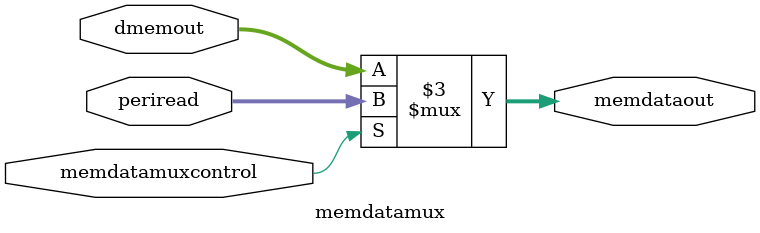
<source format=v>
`timescale 1ns / 1ps
module memdatamux( memdatamuxcontrol,periread,dmemout,memdataout
    );
input wire memdatamuxcontrol;
input wire [31:0] periread;
input wire [31:0] dmemout;
output reg [31:0] memdataout;

always@(*)begin
if (memdatamuxcontrol)
memdataout<=periread;
else
memdataout<=dmemout;
end

endmodule

</source>
